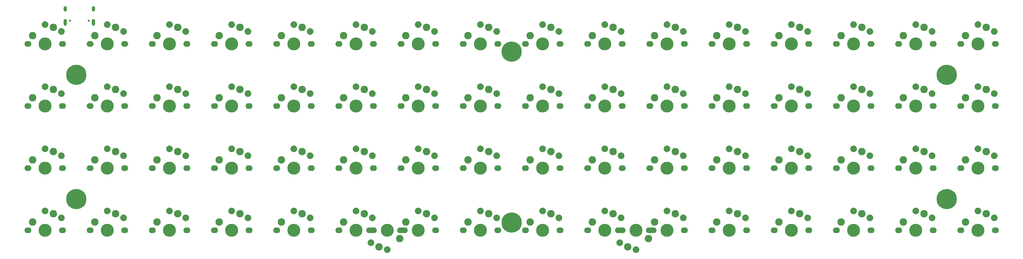
<source format=gbr>
%TF.GenerationSoftware,KiCad,Pcbnew,(6.0.0)*%
%TF.CreationDate,2022-04-25T19:56:53-04:00*%
%TF.ProjectId,HL-2040,484c2d32-3034-4302-9e6b-696361645f70,Mark 2 Rev F*%
%TF.SameCoordinates,Original*%
%TF.FileFunction,Soldermask,Top*%
%TF.FilePolarity,Negative*%
%FSLAX46Y46*%
G04 Gerber Fmt 4.6, Leading zero omitted, Abs format (unit mm)*
G04 Created by KiCad (PCBNEW (6.0.0)) date 2022-04-25 19:56:53*
%MOMM*%
%LPD*%
G01*
G04 APERTURE LIST*
%ADD10O,2.150000X1.750000*%
%ADD11C,3.987800*%
%ADD12C,2.032000*%
%ADD13C,2.286000*%
%ADD14O,3.300000X1.750000*%
%ADD15C,6.200000*%
%ADD16C,0.650000*%
%ADD17O,1.000000X1.600000*%
%ADD18O,1.000000X2.100000*%
G04 APERTURE END LIST*
D10*
%TO.C,K2*%
X63226950Y-80962500D03*
D11*
X57943750Y-80962500D03*
D10*
X52660550Y-80962500D03*
D12*
X62943750Y-77162500D03*
D13*
X60483750Y-75882500D03*
D12*
X57943750Y-75062500D03*
D13*
X54133750Y-78422500D03*
%TD*%
D10*
%TO.C,K3*%
X71710550Y-80949800D03*
X82276950Y-80949800D03*
D11*
X76993750Y-80949800D03*
D12*
X81993750Y-77149800D03*
D13*
X79533750Y-75869800D03*
D12*
X76993750Y-75049800D03*
D13*
X73183750Y-78409800D03*
%TD*%
D11*
%TO.C,K6*%
X134143750Y-80962500D03*
D10*
X128860550Y-80962500D03*
X139426950Y-80962500D03*
D12*
X139143750Y-77162500D03*
D13*
X136683750Y-75882500D03*
D12*
X134143750Y-75062500D03*
D13*
X130333750Y-78422500D03*
%TD*%
D10*
%TO.C,K7*%
X158476950Y-80962500D03*
D11*
X153193750Y-80962500D03*
D10*
X147910550Y-80962500D03*
D12*
X158193750Y-77162500D03*
D13*
X155733750Y-75882500D03*
X149383750Y-78422500D03*
D12*
X153193750Y-75062500D03*
%TD*%
D11*
%TO.C,K8*%
X172243750Y-80962500D03*
D10*
X177526950Y-80962500D03*
X166960550Y-80962500D03*
D12*
X177243750Y-77162500D03*
D13*
X174783750Y-75882500D03*
X168433750Y-78422500D03*
D12*
X172243750Y-75062500D03*
%TD*%
D10*
%TO.C,K9*%
X196576950Y-80962500D03*
D11*
X191293750Y-80962500D03*
D10*
X186010550Y-80962500D03*
D13*
X193833750Y-75882500D03*
D12*
X196293750Y-77162500D03*
D13*
X187483750Y-78422500D03*
D12*
X191293750Y-75062500D03*
%TD*%
D10*
%TO.C,K10*%
X205060550Y-80962500D03*
D11*
X210343750Y-80962500D03*
D10*
X215626950Y-80962500D03*
D13*
X212883750Y-75882500D03*
D12*
X215343750Y-77162500D03*
X210343750Y-75062500D03*
D13*
X206533750Y-78422500D03*
%TD*%
D11*
%TO.C,K11*%
X229393750Y-80962500D03*
D10*
X224110550Y-80962500D03*
X234676950Y-80962500D03*
D13*
X231933750Y-75882500D03*
D12*
X234393750Y-77162500D03*
X229393750Y-75062500D03*
D13*
X225583750Y-78422500D03*
%TD*%
D10*
%TO.C,K12*%
X253726950Y-80962500D03*
D11*
X248443750Y-80962500D03*
D10*
X243160550Y-80962500D03*
D13*
X250983750Y-75882500D03*
D12*
X253443750Y-77162500D03*
X248443750Y-75062500D03*
D13*
X244633750Y-78422500D03*
%TD*%
D10*
%TO.C,K13*%
X272776950Y-80962500D03*
D11*
X267493750Y-80962500D03*
D10*
X262210550Y-80962500D03*
D13*
X270033750Y-75882500D03*
D12*
X272493750Y-77162500D03*
D13*
X263683750Y-78422500D03*
D12*
X267493750Y-75062500D03*
%TD*%
D11*
%TO.C,K14*%
X286543750Y-80962500D03*
D10*
X281260550Y-80962500D03*
X291826950Y-80962500D03*
D13*
X289083750Y-75882500D03*
D12*
X291543750Y-77162500D03*
D13*
X282733750Y-78422500D03*
D12*
X286543750Y-75062500D03*
%TD*%
D11*
%TO.C,K15*%
X305593750Y-80962500D03*
D10*
X310876950Y-80962500D03*
X300310550Y-80962500D03*
D13*
X308133750Y-75882500D03*
D12*
X310593750Y-77162500D03*
X305593750Y-75062500D03*
D13*
X301783750Y-78422500D03*
%TD*%
D10*
%TO.C,K16*%
X319360550Y-80962500D03*
X329926950Y-80962500D03*
D11*
X324643750Y-80962500D03*
D12*
X329643750Y-77162500D03*
D13*
X327183750Y-75882500D03*
X320833750Y-78422500D03*
D12*
X324643750Y-75062500D03*
%TD*%
D11*
%TO.C,K17*%
X38893750Y-100012500D03*
D10*
X33610550Y-100012500D03*
X44176950Y-100012500D03*
D12*
X43893750Y-96212500D03*
D13*
X41433750Y-94932500D03*
D12*
X38893750Y-94112500D03*
D13*
X35083750Y-97472500D03*
%TD*%
D10*
%TO.C,K18*%
X63226950Y-100012500D03*
X52660550Y-100012500D03*
D11*
X57943750Y-100012500D03*
D13*
X60483750Y-94932500D03*
D12*
X62943750Y-96212500D03*
D13*
X54133750Y-97472500D03*
D12*
X57943750Y-94112500D03*
%TD*%
D11*
%TO.C,K19*%
X76993750Y-100012500D03*
D10*
X82276950Y-100012500D03*
X71710550Y-100012500D03*
D12*
X81993750Y-96212500D03*
D13*
X79533750Y-94932500D03*
X73183750Y-97472500D03*
D12*
X76993750Y-94112500D03*
%TD*%
D10*
%TO.C,K22*%
X128860550Y-100012500D03*
D11*
X134143750Y-100012500D03*
D10*
X139426950Y-100012500D03*
D13*
X136683750Y-94932500D03*
D12*
X139143750Y-96212500D03*
D13*
X130333750Y-97472500D03*
D12*
X134143750Y-94112500D03*
%TD*%
D10*
%TO.C,K23*%
X147910550Y-100012500D03*
X158476950Y-100012500D03*
D11*
X153193750Y-100012500D03*
D13*
X155733750Y-94932500D03*
D12*
X158193750Y-96212500D03*
D13*
X149383750Y-97472500D03*
D12*
X153193750Y-94112500D03*
%TD*%
D10*
%TO.C,K24*%
X166960550Y-100012500D03*
X177526950Y-100012500D03*
D11*
X172243750Y-100012500D03*
D13*
X174783750Y-94932500D03*
D12*
X177243750Y-96212500D03*
D13*
X168433750Y-97472500D03*
D12*
X172243750Y-94112500D03*
%TD*%
D10*
%TO.C,K25*%
X186010550Y-100012500D03*
X196576950Y-100012500D03*
D11*
X191293750Y-100012500D03*
D13*
X193833750Y-94932500D03*
D12*
X196293750Y-96212500D03*
X191293750Y-94112500D03*
D13*
X187483750Y-97472500D03*
%TD*%
D11*
%TO.C,K26*%
X210343750Y-100012500D03*
D10*
X215626950Y-100012500D03*
X205060550Y-100012500D03*
D12*
X215343750Y-96212500D03*
D13*
X212883750Y-94932500D03*
D12*
X210343750Y-94112500D03*
D13*
X206533750Y-97472500D03*
%TD*%
D10*
%TO.C,K27*%
X234676950Y-100012500D03*
D11*
X229393750Y-100012500D03*
D10*
X224110550Y-100012500D03*
D12*
X234393750Y-96212500D03*
D13*
X231933750Y-94932500D03*
D12*
X229393750Y-94112500D03*
D13*
X225583750Y-97472500D03*
%TD*%
D10*
%TO.C,K28*%
X243160550Y-100012500D03*
D11*
X248443750Y-100012500D03*
D10*
X253726950Y-100012500D03*
D12*
X253443750Y-96212500D03*
D13*
X250983750Y-94932500D03*
D12*
X248443750Y-94112500D03*
D13*
X244633750Y-97472500D03*
%TD*%
D11*
%TO.C,K29*%
X267493750Y-100012500D03*
D10*
X272776950Y-100012500D03*
X262210550Y-100012500D03*
D13*
X270033750Y-94932500D03*
D12*
X272493750Y-96212500D03*
X267493750Y-94112500D03*
D13*
X263683750Y-97472500D03*
%TD*%
D11*
%TO.C,K30*%
X286543750Y-100012500D03*
D10*
X281260550Y-100012500D03*
X291826950Y-100012500D03*
D13*
X289083750Y-94932500D03*
D12*
X291543750Y-96212500D03*
D13*
X282733750Y-97472500D03*
D12*
X286543750Y-94112500D03*
%TD*%
D10*
%TO.C,K31*%
X310876950Y-100012500D03*
D11*
X305593750Y-100012500D03*
D10*
X300310550Y-100012500D03*
D12*
X310593750Y-96212500D03*
D13*
X308133750Y-94932500D03*
X301783750Y-97472500D03*
D12*
X305593750Y-94112500D03*
%TD*%
D10*
%TO.C,K32*%
X319360550Y-100012500D03*
X329926950Y-100012500D03*
D11*
X324643750Y-100012500D03*
D13*
X327183750Y-94932500D03*
D12*
X329643750Y-96212500D03*
X324643750Y-94112500D03*
D13*
X320833750Y-97472500D03*
%TD*%
D10*
%TO.C,K33*%
X33610550Y-119062500D03*
D11*
X38893750Y-119062500D03*
D10*
X44176950Y-119062500D03*
D12*
X43893750Y-115262500D03*
D13*
X41433750Y-113982500D03*
D12*
X38893750Y-113162500D03*
D13*
X35083750Y-116522500D03*
%TD*%
D10*
%TO.C,K34*%
X52660550Y-119062500D03*
D11*
X57943750Y-119062500D03*
D10*
X63226950Y-119062500D03*
D12*
X62943750Y-115262500D03*
D13*
X60483750Y-113982500D03*
D12*
X57943750Y-113162500D03*
D13*
X54133750Y-116522500D03*
%TD*%
D10*
%TO.C,K35*%
X71710550Y-119062500D03*
D11*
X76993750Y-119062500D03*
D10*
X82276950Y-119062500D03*
D12*
X81993750Y-115262500D03*
D13*
X79533750Y-113982500D03*
D12*
X76993750Y-113162500D03*
D13*
X73183750Y-116522500D03*
%TD*%
D11*
%TO.C,K36*%
X96043750Y-119062500D03*
D10*
X90760550Y-119062500D03*
X101326950Y-119062500D03*
D13*
X98583750Y-113982500D03*
D12*
X101043750Y-115262500D03*
D13*
X92233750Y-116522500D03*
D12*
X96043750Y-113162500D03*
%TD*%
D11*
%TO.C,K37*%
X115093750Y-119062500D03*
D10*
X109810550Y-119062500D03*
X120376950Y-119062500D03*
D13*
X117633750Y-113982500D03*
D12*
X120093750Y-115262500D03*
X115093750Y-113162500D03*
D13*
X111283750Y-116522500D03*
%TD*%
D10*
%TO.C,K38*%
X139426950Y-119062500D03*
X128860550Y-119062500D03*
D11*
X134143750Y-119062500D03*
D12*
X139143750Y-115262500D03*
D13*
X136683750Y-113982500D03*
D12*
X134143750Y-113162500D03*
D13*
X130333750Y-116522500D03*
%TD*%
D10*
%TO.C,K39*%
X147910550Y-119062500D03*
X158476950Y-119062500D03*
D11*
X153193750Y-119062500D03*
D13*
X155733750Y-113982500D03*
D12*
X158193750Y-115262500D03*
X153193750Y-113162500D03*
D13*
X149383750Y-116522500D03*
%TD*%
D10*
%TO.C,K40*%
X166960550Y-119062500D03*
D11*
X172243750Y-119062500D03*
D10*
X177526950Y-119062500D03*
D12*
X177243750Y-115262500D03*
D13*
X174783750Y-113982500D03*
D12*
X172243750Y-113162500D03*
D13*
X168433750Y-116522500D03*
%TD*%
D10*
%TO.C,K41*%
X196576950Y-119062500D03*
D11*
X191293750Y-119062500D03*
D10*
X186010550Y-119062500D03*
D12*
X196293750Y-115262500D03*
D13*
X193833750Y-113982500D03*
D12*
X191293750Y-113162500D03*
D13*
X187483750Y-116522500D03*
%TD*%
D10*
%TO.C,K42*%
X215626950Y-119062500D03*
D11*
X210343750Y-119062500D03*
D10*
X205060550Y-119062500D03*
D13*
X212883750Y-113982500D03*
D12*
X215343750Y-115262500D03*
D13*
X206533750Y-116522500D03*
D12*
X210343750Y-113162500D03*
%TD*%
D10*
%TO.C,K43*%
X234676950Y-119062500D03*
X224110550Y-119062500D03*
D11*
X229393750Y-119062500D03*
D12*
X234393750Y-115262500D03*
D13*
X231933750Y-113982500D03*
X225583750Y-116522500D03*
D12*
X229393750Y-113162500D03*
%TD*%
D10*
%TO.C,K44*%
X243160550Y-119062500D03*
D11*
X248443750Y-119062500D03*
D10*
X253726950Y-119062500D03*
D13*
X250983750Y-113982500D03*
D12*
X253443750Y-115262500D03*
X248443750Y-113162500D03*
D13*
X244633750Y-116522500D03*
%TD*%
D11*
%TO.C,K45*%
X267493750Y-119062500D03*
D10*
X272776950Y-119062500D03*
X262210550Y-119062500D03*
D13*
X270033750Y-113982500D03*
D12*
X272493750Y-115262500D03*
X267493750Y-113162500D03*
D13*
X263683750Y-116522500D03*
%TD*%
D10*
%TO.C,K46*%
X281260550Y-119062500D03*
D11*
X286543750Y-119062500D03*
D10*
X291826950Y-119062500D03*
D13*
X289083750Y-113982500D03*
D12*
X291543750Y-115262500D03*
X286543750Y-113162500D03*
D13*
X282733750Y-116522500D03*
%TD*%
D10*
%TO.C,K47*%
X300310550Y-119062500D03*
D11*
X305593750Y-119062500D03*
D10*
X310876950Y-119062500D03*
D12*
X310593750Y-115262500D03*
D13*
X308133750Y-113982500D03*
X301783750Y-116522500D03*
D12*
X305593750Y-113162500D03*
%TD*%
D11*
%TO.C,K48*%
X324643750Y-119062500D03*
D10*
X329926950Y-119062500D03*
X319360550Y-119062500D03*
D13*
X327183750Y-113982500D03*
D12*
X329643750Y-115262500D03*
D13*
X320833750Y-116522500D03*
D12*
X324643750Y-113162500D03*
%TD*%
D11*
%TO.C,K49*%
X38893750Y-138112500D03*
D10*
X44176950Y-138112500D03*
X33610550Y-138112500D03*
D12*
X43893750Y-134312500D03*
D13*
X41433750Y-133032500D03*
D12*
X38893750Y-132212500D03*
D13*
X35083750Y-135572500D03*
%TD*%
D10*
%TO.C,K50*%
X63226950Y-138112500D03*
D11*
X57943750Y-138112500D03*
D10*
X52660550Y-138112500D03*
D12*
X62943750Y-134312500D03*
D13*
X60483750Y-133032500D03*
D12*
X57943750Y-132212500D03*
D13*
X54133750Y-135572500D03*
%TD*%
D10*
%TO.C,K51*%
X82276950Y-138112500D03*
X71710550Y-138112500D03*
D11*
X76993750Y-138112500D03*
D13*
X79533750Y-133032500D03*
D12*
X81993750Y-134312500D03*
D13*
X73183750Y-135572500D03*
D12*
X76993750Y-132212500D03*
%TD*%
D10*
%TO.C,K52*%
X101326950Y-138112500D03*
D11*
X96043750Y-138112500D03*
D10*
X90760550Y-138112500D03*
D12*
X101043750Y-134312500D03*
D13*
X98583750Y-133032500D03*
D12*
X96043750Y-132212500D03*
D13*
X92233750Y-135572500D03*
%TD*%
D11*
%TO.C,K53*%
X115093750Y-138112500D03*
D10*
X120376950Y-138112500D03*
X109810550Y-138112500D03*
D12*
X120093750Y-134312500D03*
D13*
X117633750Y-133032500D03*
X111283750Y-135572500D03*
D12*
X115093750Y-132212500D03*
%TD*%
D14*
%TO.C,K54*%
X138905950Y-138112500D03*
D10*
X128860550Y-138112500D03*
D14*
X148367750Y-138112500D03*
D11*
X134143750Y-138112500D03*
X143668150Y-138112500D03*
D12*
X138668150Y-141912500D03*
D13*
X141128150Y-143192500D03*
D12*
X139143750Y-134312500D03*
D13*
X136683750Y-133032500D03*
X130333750Y-135572500D03*
D12*
X134143750Y-132212500D03*
D13*
X147478150Y-140652500D03*
D12*
X143668150Y-144012500D03*
%TD*%
D10*
%TO.C,K55*%
X158476950Y-138112500D03*
D11*
X153193750Y-138112500D03*
D10*
X147910550Y-138112500D03*
D13*
X155733750Y-133032500D03*
D12*
X158193750Y-134312500D03*
X153193750Y-132212500D03*
D13*
X149383750Y-135572500D03*
%TD*%
D10*
%TO.C,K56*%
X177526950Y-138112500D03*
D11*
X172243750Y-138112500D03*
D10*
X166960550Y-138112500D03*
D13*
X174783750Y-133032500D03*
D12*
X177243750Y-134312500D03*
D13*
X168433750Y-135572500D03*
D12*
X172243750Y-132212500D03*
%TD*%
D10*
%TO.C,K57*%
X186010550Y-138112500D03*
X196576950Y-138112500D03*
D11*
X191293750Y-138112500D03*
D12*
X196293750Y-134312500D03*
D13*
X193833750Y-133032500D03*
D12*
X191293750Y-132212500D03*
D13*
X187483750Y-135572500D03*
%TD*%
D11*
%TO.C,K58*%
X210343750Y-138112500D03*
D14*
X215105950Y-138112500D03*
X224567750Y-138112500D03*
D10*
X205060550Y-138112500D03*
D11*
X219868150Y-138112500D03*
D13*
X217328150Y-143192500D03*
X212883750Y-133032500D03*
D12*
X214868150Y-141912500D03*
X215343750Y-134312500D03*
D13*
X206533750Y-135572500D03*
D12*
X210343750Y-132212500D03*
D13*
X223678150Y-140652500D03*
D12*
X219868150Y-144012500D03*
%TD*%
D10*
%TO.C,K59*%
X224110550Y-138112500D03*
D11*
X229393750Y-138112500D03*
D10*
X234676950Y-138112500D03*
D12*
X234393750Y-134312500D03*
D13*
X231933750Y-133032500D03*
X225583750Y-135572500D03*
D12*
X229393750Y-132212500D03*
%TD*%
D10*
%TO.C,K60*%
X243160550Y-138112500D03*
X253726950Y-138112500D03*
D11*
X248443750Y-138112500D03*
D12*
X253443750Y-134312500D03*
D13*
X250983750Y-133032500D03*
D12*
X248443750Y-132212500D03*
D13*
X244633750Y-135572500D03*
%TD*%
D10*
%TO.C,K61*%
X272776950Y-138112500D03*
D11*
X267493750Y-138112500D03*
D10*
X262210550Y-138112500D03*
D13*
X270033750Y-133032500D03*
D12*
X272493750Y-134312500D03*
X267493750Y-132212500D03*
D13*
X263683750Y-135572500D03*
%TD*%
D11*
%TO.C,K62*%
X286543750Y-138112500D03*
D10*
X291826950Y-138112500D03*
X281260550Y-138112500D03*
D13*
X289083750Y-133032500D03*
D12*
X291543750Y-134312500D03*
D13*
X282733750Y-135572500D03*
D12*
X286543750Y-132212500D03*
%TD*%
D11*
%TO.C,K63*%
X305593750Y-138112500D03*
D10*
X310876950Y-138112500D03*
X300310550Y-138112500D03*
D13*
X308133750Y-133032500D03*
D12*
X310593750Y-134312500D03*
X305593750Y-132212500D03*
D13*
X301783750Y-135572500D03*
%TD*%
D10*
%TO.C,K64*%
X319360550Y-138112500D03*
D11*
X324643750Y-138112500D03*
D10*
X329926950Y-138112500D03*
D13*
X327183750Y-133032500D03*
D12*
X329643750Y-134312500D03*
D13*
X320833750Y-135572500D03*
D12*
X324643750Y-132212500D03*
%TD*%
D10*
%TO.C,K1*%
X44176950Y-80962500D03*
X33610550Y-80962500D03*
D11*
X38893750Y-80962500D03*
D13*
X41433750Y-75882500D03*
D12*
X43893750Y-77162500D03*
X38893750Y-75062500D03*
D13*
X35083750Y-78422500D03*
%TD*%
D15*
%TO.C,H1*%
X48415700Y-90481800D03*
%TD*%
%TO.C,H2*%
X48415700Y-128579400D03*
%TD*%
%TO.C,H3*%
X181757300Y-83338500D03*
%TD*%
%TO.C,H4*%
X181757300Y-135722700D03*
%TD*%
%TO.C,H5*%
X315098900Y-90481800D03*
%TD*%
%TO.C,H6*%
X315098900Y-128579400D03*
%TD*%
D10*
%TO.C,K4*%
X101326950Y-80962500D03*
X90760550Y-80962500D03*
D11*
X96043750Y-80962500D03*
D13*
X98583750Y-75882500D03*
D12*
X101043750Y-77162500D03*
D13*
X92233750Y-78422500D03*
D12*
X96043750Y-75062500D03*
%TD*%
D10*
%TO.C,K5*%
X109810550Y-80962500D03*
D11*
X115093750Y-80962500D03*
D10*
X120376950Y-80962500D03*
D12*
X120093750Y-77162500D03*
D13*
X117633750Y-75882500D03*
D12*
X115093750Y-75062500D03*
D13*
X111283750Y-78422500D03*
%TD*%
D11*
%TO.C,K21*%
X115093750Y-100012500D03*
D10*
X109810550Y-100012500D03*
X120376950Y-100012500D03*
D12*
X120093750Y-96212500D03*
D13*
X117633750Y-94932500D03*
X111283750Y-97472500D03*
D12*
X115093750Y-94112500D03*
%TD*%
D10*
%TO.C,K20*%
X101326950Y-100012500D03*
X90760550Y-100012500D03*
D11*
X96043750Y-100012500D03*
D12*
X101043750Y-96212500D03*
D13*
X98583750Y-94932500D03*
X92233750Y-97472500D03*
D12*
X96043750Y-94112500D03*
%TD*%
D16*
%TO.C,J0*%
X52293000Y-73847000D03*
X46513000Y-73847000D03*
D17*
X45083000Y-70197000D03*
D18*
X45083000Y-74377000D03*
D17*
X53723000Y-70197000D03*
D18*
X53723000Y-74377000D03*
%TD*%
M02*

</source>
